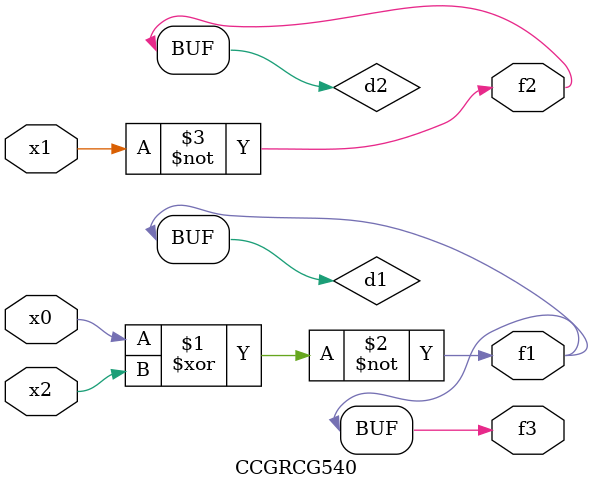
<source format=v>
module CCGRCG540(
	input x0, x1, x2,
	output f1, f2, f3
);

	wire d1, d2, d3;

	xnor (d1, x0, x2);
	nand (d2, x1);
	nor (d3, x1, x2);
	assign f1 = d1;
	assign f2 = d2;
	assign f3 = d1;
endmodule

</source>
